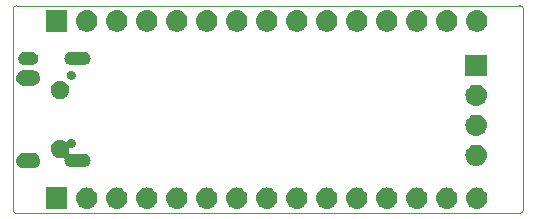
<source format=gbs>
G04 #@! TF.GenerationSoftware,KiCad,Pcbnew,5.1.0*
G04 #@! TF.CreationDate,2019-05-01T17:58:47+02:00*
G04 #@! TF.ProjectId,stm32f072PrototypingBoard,73746d33-3266-4303-9732-50726f746f74,rev?*
G04 #@! TF.SameCoordinates,Original*
G04 #@! TF.FileFunction,Soldermask,Bot*
G04 #@! TF.FilePolarity,Negative*
%FSLAX46Y46*%
G04 Gerber Fmt 4.6, Leading zero omitted, Abs format (unit mm)*
G04 Created by KiCad (PCBNEW 5.1.0) date 2019-05-01 17:58:47*
%MOMM*%
%LPD*%
G04 APERTURE LIST*
%ADD10C,0.050000*%
%ADD11C,0.100000*%
G04 APERTURE END LIST*
D10*
X63200000Y-37100000D02*
G75*
G02X62900000Y-37400000I-300000J0D01*
G01*
X62900000Y-19800000D02*
G75*
G02X63200000Y-20100000I0J-300000D01*
G01*
X20000000Y-20100000D02*
G75*
G02X20300000Y-19800000I300000J0D01*
G01*
X20300000Y-37400000D02*
G75*
G02X20000000Y-37100000I0J300000D01*
G01*
X20000000Y-37100000D02*
X20000000Y-20100000D01*
X62900000Y-37400000D02*
X20300000Y-37400000D01*
X63200000Y-20100000D02*
X63200000Y-37100000D01*
X20300000Y-19800000D02*
X62900000Y-19800000D01*
D11*
G36*
X49210443Y-35205519D02*
G01*
X49276627Y-35212037D01*
X49446466Y-35263557D01*
X49602991Y-35347222D01*
X49638729Y-35376552D01*
X49740186Y-35459814D01*
X49823448Y-35561271D01*
X49852778Y-35597009D01*
X49936443Y-35753534D01*
X49987963Y-35923373D01*
X50005359Y-36100000D01*
X49987963Y-36276627D01*
X49936443Y-36446466D01*
X49852778Y-36602991D01*
X49823448Y-36638729D01*
X49740186Y-36740186D01*
X49638729Y-36823448D01*
X49602991Y-36852778D01*
X49446466Y-36936443D01*
X49276627Y-36987963D01*
X49210443Y-36994481D01*
X49144260Y-37001000D01*
X49055740Y-37001000D01*
X48989557Y-36994481D01*
X48923373Y-36987963D01*
X48753534Y-36936443D01*
X48597009Y-36852778D01*
X48561271Y-36823448D01*
X48459814Y-36740186D01*
X48376552Y-36638729D01*
X48347222Y-36602991D01*
X48263557Y-36446466D01*
X48212037Y-36276627D01*
X48194641Y-36100000D01*
X48212037Y-35923373D01*
X48263557Y-35753534D01*
X48347222Y-35597009D01*
X48376552Y-35561271D01*
X48459814Y-35459814D01*
X48561271Y-35376552D01*
X48597009Y-35347222D01*
X48753534Y-35263557D01*
X48923373Y-35212037D01*
X48989557Y-35205519D01*
X49055740Y-35199000D01*
X49144260Y-35199000D01*
X49210443Y-35205519D01*
X49210443Y-35205519D01*
G37*
G36*
X41590443Y-35205519D02*
G01*
X41656627Y-35212037D01*
X41826466Y-35263557D01*
X41982991Y-35347222D01*
X42018729Y-35376552D01*
X42120186Y-35459814D01*
X42203448Y-35561271D01*
X42232778Y-35597009D01*
X42316443Y-35753534D01*
X42367963Y-35923373D01*
X42385359Y-36100000D01*
X42367963Y-36276627D01*
X42316443Y-36446466D01*
X42232778Y-36602991D01*
X42203448Y-36638729D01*
X42120186Y-36740186D01*
X42018729Y-36823448D01*
X41982991Y-36852778D01*
X41826466Y-36936443D01*
X41656627Y-36987963D01*
X41590443Y-36994481D01*
X41524260Y-37001000D01*
X41435740Y-37001000D01*
X41369557Y-36994481D01*
X41303373Y-36987963D01*
X41133534Y-36936443D01*
X40977009Y-36852778D01*
X40941271Y-36823448D01*
X40839814Y-36740186D01*
X40756552Y-36638729D01*
X40727222Y-36602991D01*
X40643557Y-36446466D01*
X40592037Y-36276627D01*
X40574641Y-36100000D01*
X40592037Y-35923373D01*
X40643557Y-35753534D01*
X40727222Y-35597009D01*
X40756552Y-35561271D01*
X40839814Y-35459814D01*
X40941271Y-35376552D01*
X40977009Y-35347222D01*
X41133534Y-35263557D01*
X41303373Y-35212037D01*
X41369557Y-35205519D01*
X41435740Y-35199000D01*
X41524260Y-35199000D01*
X41590443Y-35205519D01*
X41590443Y-35205519D01*
G37*
G36*
X54290443Y-35205519D02*
G01*
X54356627Y-35212037D01*
X54526466Y-35263557D01*
X54682991Y-35347222D01*
X54718729Y-35376552D01*
X54820186Y-35459814D01*
X54903448Y-35561271D01*
X54932778Y-35597009D01*
X55016443Y-35753534D01*
X55067963Y-35923373D01*
X55085359Y-36100000D01*
X55067963Y-36276627D01*
X55016443Y-36446466D01*
X54932778Y-36602991D01*
X54903448Y-36638729D01*
X54820186Y-36740186D01*
X54718729Y-36823448D01*
X54682991Y-36852778D01*
X54526466Y-36936443D01*
X54356627Y-36987963D01*
X54290443Y-36994481D01*
X54224260Y-37001000D01*
X54135740Y-37001000D01*
X54069557Y-36994481D01*
X54003373Y-36987963D01*
X53833534Y-36936443D01*
X53677009Y-36852778D01*
X53641271Y-36823448D01*
X53539814Y-36740186D01*
X53456552Y-36638729D01*
X53427222Y-36602991D01*
X53343557Y-36446466D01*
X53292037Y-36276627D01*
X53274641Y-36100000D01*
X53292037Y-35923373D01*
X53343557Y-35753534D01*
X53427222Y-35597009D01*
X53456552Y-35561271D01*
X53539814Y-35459814D01*
X53641271Y-35376552D01*
X53677009Y-35347222D01*
X53833534Y-35263557D01*
X54003373Y-35212037D01*
X54069557Y-35205519D01*
X54135740Y-35199000D01*
X54224260Y-35199000D01*
X54290443Y-35205519D01*
X54290443Y-35205519D01*
G37*
G36*
X51750443Y-35205519D02*
G01*
X51816627Y-35212037D01*
X51986466Y-35263557D01*
X52142991Y-35347222D01*
X52178729Y-35376552D01*
X52280186Y-35459814D01*
X52363448Y-35561271D01*
X52392778Y-35597009D01*
X52476443Y-35753534D01*
X52527963Y-35923373D01*
X52545359Y-36100000D01*
X52527963Y-36276627D01*
X52476443Y-36446466D01*
X52392778Y-36602991D01*
X52363448Y-36638729D01*
X52280186Y-36740186D01*
X52178729Y-36823448D01*
X52142991Y-36852778D01*
X51986466Y-36936443D01*
X51816627Y-36987963D01*
X51750443Y-36994481D01*
X51684260Y-37001000D01*
X51595740Y-37001000D01*
X51529557Y-36994481D01*
X51463373Y-36987963D01*
X51293534Y-36936443D01*
X51137009Y-36852778D01*
X51101271Y-36823448D01*
X50999814Y-36740186D01*
X50916552Y-36638729D01*
X50887222Y-36602991D01*
X50803557Y-36446466D01*
X50752037Y-36276627D01*
X50734641Y-36100000D01*
X50752037Y-35923373D01*
X50803557Y-35753534D01*
X50887222Y-35597009D01*
X50916552Y-35561271D01*
X50999814Y-35459814D01*
X51101271Y-35376552D01*
X51137009Y-35347222D01*
X51293534Y-35263557D01*
X51463373Y-35212037D01*
X51529557Y-35205519D01*
X51595740Y-35199000D01*
X51684260Y-35199000D01*
X51750443Y-35205519D01*
X51750443Y-35205519D01*
G37*
G36*
X46670443Y-35205519D02*
G01*
X46736627Y-35212037D01*
X46906466Y-35263557D01*
X47062991Y-35347222D01*
X47098729Y-35376552D01*
X47200186Y-35459814D01*
X47283448Y-35561271D01*
X47312778Y-35597009D01*
X47396443Y-35753534D01*
X47447963Y-35923373D01*
X47465359Y-36100000D01*
X47447963Y-36276627D01*
X47396443Y-36446466D01*
X47312778Y-36602991D01*
X47283448Y-36638729D01*
X47200186Y-36740186D01*
X47098729Y-36823448D01*
X47062991Y-36852778D01*
X46906466Y-36936443D01*
X46736627Y-36987963D01*
X46670443Y-36994481D01*
X46604260Y-37001000D01*
X46515740Y-37001000D01*
X46449557Y-36994481D01*
X46383373Y-36987963D01*
X46213534Y-36936443D01*
X46057009Y-36852778D01*
X46021271Y-36823448D01*
X45919814Y-36740186D01*
X45836552Y-36638729D01*
X45807222Y-36602991D01*
X45723557Y-36446466D01*
X45672037Y-36276627D01*
X45654641Y-36100000D01*
X45672037Y-35923373D01*
X45723557Y-35753534D01*
X45807222Y-35597009D01*
X45836552Y-35561271D01*
X45919814Y-35459814D01*
X46021271Y-35376552D01*
X46057009Y-35347222D01*
X46213534Y-35263557D01*
X46383373Y-35212037D01*
X46449557Y-35205519D01*
X46515740Y-35199000D01*
X46604260Y-35199000D01*
X46670443Y-35205519D01*
X46670443Y-35205519D01*
G37*
G36*
X44130443Y-35205519D02*
G01*
X44196627Y-35212037D01*
X44366466Y-35263557D01*
X44522991Y-35347222D01*
X44558729Y-35376552D01*
X44660186Y-35459814D01*
X44743448Y-35561271D01*
X44772778Y-35597009D01*
X44856443Y-35753534D01*
X44907963Y-35923373D01*
X44925359Y-36100000D01*
X44907963Y-36276627D01*
X44856443Y-36446466D01*
X44772778Y-36602991D01*
X44743448Y-36638729D01*
X44660186Y-36740186D01*
X44558729Y-36823448D01*
X44522991Y-36852778D01*
X44366466Y-36936443D01*
X44196627Y-36987963D01*
X44130443Y-36994481D01*
X44064260Y-37001000D01*
X43975740Y-37001000D01*
X43909557Y-36994481D01*
X43843373Y-36987963D01*
X43673534Y-36936443D01*
X43517009Y-36852778D01*
X43481271Y-36823448D01*
X43379814Y-36740186D01*
X43296552Y-36638729D01*
X43267222Y-36602991D01*
X43183557Y-36446466D01*
X43132037Y-36276627D01*
X43114641Y-36100000D01*
X43132037Y-35923373D01*
X43183557Y-35753534D01*
X43267222Y-35597009D01*
X43296552Y-35561271D01*
X43379814Y-35459814D01*
X43481271Y-35376552D01*
X43517009Y-35347222D01*
X43673534Y-35263557D01*
X43843373Y-35212037D01*
X43909557Y-35205519D01*
X43975740Y-35199000D01*
X44064260Y-35199000D01*
X44130443Y-35205519D01*
X44130443Y-35205519D01*
G37*
G36*
X56830443Y-35205519D02*
G01*
X56896627Y-35212037D01*
X57066466Y-35263557D01*
X57222991Y-35347222D01*
X57258729Y-35376552D01*
X57360186Y-35459814D01*
X57443448Y-35561271D01*
X57472778Y-35597009D01*
X57556443Y-35753534D01*
X57607963Y-35923373D01*
X57625359Y-36100000D01*
X57607963Y-36276627D01*
X57556443Y-36446466D01*
X57472778Y-36602991D01*
X57443448Y-36638729D01*
X57360186Y-36740186D01*
X57258729Y-36823448D01*
X57222991Y-36852778D01*
X57066466Y-36936443D01*
X56896627Y-36987963D01*
X56830443Y-36994481D01*
X56764260Y-37001000D01*
X56675740Y-37001000D01*
X56609557Y-36994481D01*
X56543373Y-36987963D01*
X56373534Y-36936443D01*
X56217009Y-36852778D01*
X56181271Y-36823448D01*
X56079814Y-36740186D01*
X55996552Y-36638729D01*
X55967222Y-36602991D01*
X55883557Y-36446466D01*
X55832037Y-36276627D01*
X55814641Y-36100000D01*
X55832037Y-35923373D01*
X55883557Y-35753534D01*
X55967222Y-35597009D01*
X55996552Y-35561271D01*
X56079814Y-35459814D01*
X56181271Y-35376552D01*
X56217009Y-35347222D01*
X56373534Y-35263557D01*
X56543373Y-35212037D01*
X56609557Y-35205519D01*
X56675740Y-35199000D01*
X56764260Y-35199000D01*
X56830443Y-35205519D01*
X56830443Y-35205519D01*
G37*
G36*
X39050443Y-35205519D02*
G01*
X39116627Y-35212037D01*
X39286466Y-35263557D01*
X39442991Y-35347222D01*
X39478729Y-35376552D01*
X39580186Y-35459814D01*
X39663448Y-35561271D01*
X39692778Y-35597009D01*
X39776443Y-35753534D01*
X39827963Y-35923373D01*
X39845359Y-36100000D01*
X39827963Y-36276627D01*
X39776443Y-36446466D01*
X39692778Y-36602991D01*
X39663448Y-36638729D01*
X39580186Y-36740186D01*
X39478729Y-36823448D01*
X39442991Y-36852778D01*
X39286466Y-36936443D01*
X39116627Y-36987963D01*
X39050443Y-36994481D01*
X38984260Y-37001000D01*
X38895740Y-37001000D01*
X38829557Y-36994481D01*
X38763373Y-36987963D01*
X38593534Y-36936443D01*
X38437009Y-36852778D01*
X38401271Y-36823448D01*
X38299814Y-36740186D01*
X38216552Y-36638729D01*
X38187222Y-36602991D01*
X38103557Y-36446466D01*
X38052037Y-36276627D01*
X38034641Y-36100000D01*
X38052037Y-35923373D01*
X38103557Y-35753534D01*
X38187222Y-35597009D01*
X38216552Y-35561271D01*
X38299814Y-35459814D01*
X38401271Y-35376552D01*
X38437009Y-35347222D01*
X38593534Y-35263557D01*
X38763373Y-35212037D01*
X38829557Y-35205519D01*
X38895740Y-35199000D01*
X38984260Y-35199000D01*
X39050443Y-35205519D01*
X39050443Y-35205519D01*
G37*
G36*
X36510443Y-35205519D02*
G01*
X36576627Y-35212037D01*
X36746466Y-35263557D01*
X36902991Y-35347222D01*
X36938729Y-35376552D01*
X37040186Y-35459814D01*
X37123448Y-35561271D01*
X37152778Y-35597009D01*
X37236443Y-35753534D01*
X37287963Y-35923373D01*
X37305359Y-36100000D01*
X37287963Y-36276627D01*
X37236443Y-36446466D01*
X37152778Y-36602991D01*
X37123448Y-36638729D01*
X37040186Y-36740186D01*
X36938729Y-36823448D01*
X36902991Y-36852778D01*
X36746466Y-36936443D01*
X36576627Y-36987963D01*
X36510443Y-36994481D01*
X36444260Y-37001000D01*
X36355740Y-37001000D01*
X36289557Y-36994481D01*
X36223373Y-36987963D01*
X36053534Y-36936443D01*
X35897009Y-36852778D01*
X35861271Y-36823448D01*
X35759814Y-36740186D01*
X35676552Y-36638729D01*
X35647222Y-36602991D01*
X35563557Y-36446466D01*
X35512037Y-36276627D01*
X35494641Y-36100000D01*
X35512037Y-35923373D01*
X35563557Y-35753534D01*
X35647222Y-35597009D01*
X35676552Y-35561271D01*
X35759814Y-35459814D01*
X35861271Y-35376552D01*
X35897009Y-35347222D01*
X36053534Y-35263557D01*
X36223373Y-35212037D01*
X36289557Y-35205519D01*
X36355740Y-35199000D01*
X36444260Y-35199000D01*
X36510443Y-35205519D01*
X36510443Y-35205519D01*
G37*
G36*
X33970443Y-35205519D02*
G01*
X34036627Y-35212037D01*
X34206466Y-35263557D01*
X34362991Y-35347222D01*
X34398729Y-35376552D01*
X34500186Y-35459814D01*
X34583448Y-35561271D01*
X34612778Y-35597009D01*
X34696443Y-35753534D01*
X34747963Y-35923373D01*
X34765359Y-36100000D01*
X34747963Y-36276627D01*
X34696443Y-36446466D01*
X34612778Y-36602991D01*
X34583448Y-36638729D01*
X34500186Y-36740186D01*
X34398729Y-36823448D01*
X34362991Y-36852778D01*
X34206466Y-36936443D01*
X34036627Y-36987963D01*
X33970443Y-36994481D01*
X33904260Y-37001000D01*
X33815740Y-37001000D01*
X33749557Y-36994481D01*
X33683373Y-36987963D01*
X33513534Y-36936443D01*
X33357009Y-36852778D01*
X33321271Y-36823448D01*
X33219814Y-36740186D01*
X33136552Y-36638729D01*
X33107222Y-36602991D01*
X33023557Y-36446466D01*
X32972037Y-36276627D01*
X32954641Y-36100000D01*
X32972037Y-35923373D01*
X33023557Y-35753534D01*
X33107222Y-35597009D01*
X33136552Y-35561271D01*
X33219814Y-35459814D01*
X33321271Y-35376552D01*
X33357009Y-35347222D01*
X33513534Y-35263557D01*
X33683373Y-35212037D01*
X33749557Y-35205519D01*
X33815740Y-35199000D01*
X33904260Y-35199000D01*
X33970443Y-35205519D01*
X33970443Y-35205519D01*
G37*
G36*
X31430443Y-35205519D02*
G01*
X31496627Y-35212037D01*
X31666466Y-35263557D01*
X31822991Y-35347222D01*
X31858729Y-35376552D01*
X31960186Y-35459814D01*
X32043448Y-35561271D01*
X32072778Y-35597009D01*
X32156443Y-35753534D01*
X32207963Y-35923373D01*
X32225359Y-36100000D01*
X32207963Y-36276627D01*
X32156443Y-36446466D01*
X32072778Y-36602991D01*
X32043448Y-36638729D01*
X31960186Y-36740186D01*
X31858729Y-36823448D01*
X31822991Y-36852778D01*
X31666466Y-36936443D01*
X31496627Y-36987963D01*
X31430443Y-36994481D01*
X31364260Y-37001000D01*
X31275740Y-37001000D01*
X31209557Y-36994481D01*
X31143373Y-36987963D01*
X30973534Y-36936443D01*
X30817009Y-36852778D01*
X30781271Y-36823448D01*
X30679814Y-36740186D01*
X30596552Y-36638729D01*
X30567222Y-36602991D01*
X30483557Y-36446466D01*
X30432037Y-36276627D01*
X30414641Y-36100000D01*
X30432037Y-35923373D01*
X30483557Y-35753534D01*
X30567222Y-35597009D01*
X30596552Y-35561271D01*
X30679814Y-35459814D01*
X30781271Y-35376552D01*
X30817009Y-35347222D01*
X30973534Y-35263557D01*
X31143373Y-35212037D01*
X31209557Y-35205519D01*
X31275740Y-35199000D01*
X31364260Y-35199000D01*
X31430443Y-35205519D01*
X31430443Y-35205519D01*
G37*
G36*
X28890443Y-35205519D02*
G01*
X28956627Y-35212037D01*
X29126466Y-35263557D01*
X29282991Y-35347222D01*
X29318729Y-35376552D01*
X29420186Y-35459814D01*
X29503448Y-35561271D01*
X29532778Y-35597009D01*
X29616443Y-35753534D01*
X29667963Y-35923373D01*
X29685359Y-36100000D01*
X29667963Y-36276627D01*
X29616443Y-36446466D01*
X29532778Y-36602991D01*
X29503448Y-36638729D01*
X29420186Y-36740186D01*
X29318729Y-36823448D01*
X29282991Y-36852778D01*
X29126466Y-36936443D01*
X28956627Y-36987963D01*
X28890443Y-36994481D01*
X28824260Y-37001000D01*
X28735740Y-37001000D01*
X28669557Y-36994481D01*
X28603373Y-36987963D01*
X28433534Y-36936443D01*
X28277009Y-36852778D01*
X28241271Y-36823448D01*
X28139814Y-36740186D01*
X28056552Y-36638729D01*
X28027222Y-36602991D01*
X27943557Y-36446466D01*
X27892037Y-36276627D01*
X27874641Y-36100000D01*
X27892037Y-35923373D01*
X27943557Y-35753534D01*
X28027222Y-35597009D01*
X28056552Y-35561271D01*
X28139814Y-35459814D01*
X28241271Y-35376552D01*
X28277009Y-35347222D01*
X28433534Y-35263557D01*
X28603373Y-35212037D01*
X28669557Y-35205519D01*
X28735740Y-35199000D01*
X28824260Y-35199000D01*
X28890443Y-35205519D01*
X28890443Y-35205519D01*
G37*
G36*
X26350443Y-35205519D02*
G01*
X26416627Y-35212037D01*
X26586466Y-35263557D01*
X26742991Y-35347222D01*
X26778729Y-35376552D01*
X26880186Y-35459814D01*
X26963448Y-35561271D01*
X26992778Y-35597009D01*
X27076443Y-35753534D01*
X27127963Y-35923373D01*
X27145359Y-36100000D01*
X27127963Y-36276627D01*
X27076443Y-36446466D01*
X26992778Y-36602991D01*
X26963448Y-36638729D01*
X26880186Y-36740186D01*
X26778729Y-36823448D01*
X26742991Y-36852778D01*
X26586466Y-36936443D01*
X26416627Y-36987963D01*
X26350443Y-36994481D01*
X26284260Y-37001000D01*
X26195740Y-37001000D01*
X26129557Y-36994481D01*
X26063373Y-36987963D01*
X25893534Y-36936443D01*
X25737009Y-36852778D01*
X25701271Y-36823448D01*
X25599814Y-36740186D01*
X25516552Y-36638729D01*
X25487222Y-36602991D01*
X25403557Y-36446466D01*
X25352037Y-36276627D01*
X25334641Y-36100000D01*
X25352037Y-35923373D01*
X25403557Y-35753534D01*
X25487222Y-35597009D01*
X25516552Y-35561271D01*
X25599814Y-35459814D01*
X25701271Y-35376552D01*
X25737009Y-35347222D01*
X25893534Y-35263557D01*
X26063373Y-35212037D01*
X26129557Y-35205519D01*
X26195740Y-35199000D01*
X26284260Y-35199000D01*
X26350443Y-35205519D01*
X26350443Y-35205519D01*
G37*
G36*
X24601000Y-37001000D02*
G01*
X22799000Y-37001000D01*
X22799000Y-35199000D01*
X24601000Y-35199000D01*
X24601000Y-37001000D01*
X24601000Y-37001000D01*
G37*
G36*
X59370443Y-35205519D02*
G01*
X59436627Y-35212037D01*
X59606466Y-35263557D01*
X59762991Y-35347222D01*
X59798729Y-35376552D01*
X59900186Y-35459814D01*
X59983448Y-35561271D01*
X60012778Y-35597009D01*
X60096443Y-35753534D01*
X60147963Y-35923373D01*
X60165359Y-36100000D01*
X60147963Y-36276627D01*
X60096443Y-36446466D01*
X60012778Y-36602991D01*
X59983448Y-36638729D01*
X59900186Y-36740186D01*
X59798729Y-36823448D01*
X59762991Y-36852778D01*
X59606466Y-36936443D01*
X59436627Y-36987963D01*
X59370443Y-36994481D01*
X59304260Y-37001000D01*
X59215740Y-37001000D01*
X59149557Y-36994481D01*
X59083373Y-36987963D01*
X58913534Y-36936443D01*
X58757009Y-36852778D01*
X58721271Y-36823448D01*
X58619814Y-36740186D01*
X58536552Y-36638729D01*
X58507222Y-36602991D01*
X58423557Y-36446466D01*
X58372037Y-36276627D01*
X58354641Y-36100000D01*
X58372037Y-35923373D01*
X58423557Y-35753534D01*
X58507222Y-35597009D01*
X58536552Y-35561271D01*
X58619814Y-35459814D01*
X58721271Y-35376552D01*
X58757009Y-35347222D01*
X58913534Y-35263557D01*
X59083373Y-35212037D01*
X59149557Y-35205519D01*
X59215740Y-35199000D01*
X59304260Y-35199000D01*
X59370443Y-35205519D01*
X59370443Y-35205519D01*
G37*
G36*
X21686355Y-32272140D02*
G01*
X21750118Y-32278420D01*
X21840904Y-32305960D01*
X21872836Y-32315646D01*
X21985925Y-32376094D01*
X22085054Y-32457446D01*
X22166406Y-32556575D01*
X22226854Y-32669664D01*
X22226855Y-32669668D01*
X22264080Y-32792382D01*
X22276649Y-32920000D01*
X22264080Y-33047618D01*
X22247620Y-33101879D01*
X22226854Y-33170336D01*
X22166406Y-33283425D01*
X22085054Y-33382554D01*
X21985925Y-33463906D01*
X21872836Y-33524354D01*
X21840904Y-33534040D01*
X21750118Y-33561580D01*
X21686355Y-33567860D01*
X21654474Y-33571000D01*
X20890526Y-33571000D01*
X20858645Y-33567860D01*
X20794882Y-33561580D01*
X20704096Y-33534040D01*
X20672164Y-33524354D01*
X20559075Y-33463906D01*
X20459946Y-33382554D01*
X20378594Y-33283425D01*
X20318146Y-33170336D01*
X20297380Y-33101879D01*
X20280920Y-33047618D01*
X20268351Y-32920000D01*
X20280920Y-32792382D01*
X20318145Y-32669668D01*
X20318146Y-32669664D01*
X20378594Y-32556575D01*
X20459946Y-32457446D01*
X20559075Y-32376094D01*
X20672164Y-32315646D01*
X20704096Y-32305960D01*
X20794882Y-32278420D01*
X20858645Y-32272140D01*
X20890526Y-32269000D01*
X21654474Y-32269000D01*
X21686355Y-32272140D01*
X21686355Y-32272140D01*
G37*
G36*
X25034671Y-31098449D02*
G01*
X25034673Y-31098450D01*
X25034674Y-31098450D01*
X25103102Y-31126793D01*
X25164685Y-31167942D01*
X25217057Y-31220314D01*
X25258206Y-31281897D01*
X25286549Y-31350325D01*
X25286550Y-31350328D01*
X25300999Y-31422966D01*
X25300999Y-31497034D01*
X25286684Y-31569000D01*
X25286549Y-31569675D01*
X25258206Y-31638103D01*
X25217057Y-31699686D01*
X25164685Y-31752058D01*
X25103102Y-31793207D01*
X25034674Y-31821550D01*
X25034673Y-31821550D01*
X25034671Y-31821551D01*
X24962033Y-31836000D01*
X24877861Y-31836000D01*
X24873507Y-31835571D01*
X24849121Y-31837971D01*
X24825671Y-31845083D01*
X24804060Y-31856633D01*
X24785117Y-31872177D01*
X24769571Y-31891118D01*
X24758018Y-31912727D01*
X24750903Y-31936176D01*
X24748500Y-31960570D01*
X24748500Y-31996431D01*
X24718680Y-32146348D01*
X24708522Y-32170872D01*
X24701409Y-32194321D01*
X24699007Y-32218707D01*
X24701409Y-32243093D01*
X24708522Y-32266542D01*
X24720072Y-32288153D01*
X24735618Y-32307095D01*
X24754559Y-32322640D01*
X24776170Y-32334192D01*
X24799619Y-32341305D01*
X24824005Y-32343707D01*
X24836252Y-32343105D01*
X24877932Y-32339000D01*
X26032066Y-32339000D01*
X26113014Y-32346973D01*
X26216878Y-32378479D01*
X26244054Y-32393005D01*
X26312599Y-32429643D01*
X26396500Y-32498499D01*
X26465356Y-32582400D01*
X26499685Y-32646625D01*
X26516520Y-32678121D01*
X26548026Y-32781985D01*
X26558665Y-32890000D01*
X26548026Y-32998015D01*
X26516520Y-33101879D01*
X26501994Y-33129055D01*
X26465356Y-33197600D01*
X26396500Y-33281501D01*
X26312599Y-33350357D01*
X26273978Y-33371000D01*
X26216878Y-33401521D01*
X26113014Y-33433027D01*
X26032066Y-33441000D01*
X24877932Y-33441000D01*
X24796984Y-33433027D01*
X24693120Y-33401521D01*
X24636020Y-33371000D01*
X24597399Y-33350357D01*
X24513498Y-33281501D01*
X24444642Y-33197600D01*
X24408004Y-33129055D01*
X24393478Y-33101879D01*
X24361972Y-32998015D01*
X24351333Y-32890000D01*
X24360360Y-32798351D01*
X24360360Y-32773853D01*
X24355580Y-32749820D01*
X24346202Y-32727181D01*
X24332589Y-32706807D01*
X24315262Y-32689480D01*
X24294887Y-32675866D01*
X24272249Y-32666488D01*
X24248215Y-32661708D01*
X24223711Y-32661708D01*
X24211016Y-32664233D01*
X24210926Y-32663778D01*
X24048931Y-32696000D01*
X23896069Y-32696000D01*
X23746152Y-32666180D01*
X23746150Y-32666179D01*
X23746149Y-32666179D01*
X23604926Y-32607683D01*
X23604923Y-32607681D01*
X23477831Y-32522761D01*
X23369739Y-32414669D01*
X23284819Y-32287577D01*
X23284817Y-32287574D01*
X23226321Y-32146351D01*
X23196500Y-31996429D01*
X23196500Y-31843569D01*
X23226320Y-31693652D01*
X23249329Y-31638103D01*
X23284817Y-31552426D01*
X23321829Y-31497034D01*
X23369739Y-31425331D01*
X23477831Y-31317239D01*
X23604923Y-31232319D01*
X23604925Y-31232318D01*
X23604926Y-31232317D01*
X23746149Y-31173821D01*
X23746150Y-31173821D01*
X23746152Y-31173820D01*
X23896069Y-31144000D01*
X24048931Y-31144000D01*
X24198848Y-31173820D01*
X24198850Y-31173821D01*
X24198851Y-31173821D01*
X24340074Y-31232317D01*
X24433072Y-31294457D01*
X24454678Y-31306005D01*
X24478127Y-31313118D01*
X24502513Y-31315520D01*
X24526899Y-31313118D01*
X24550348Y-31306005D01*
X24571959Y-31294454D01*
X24590901Y-31278909D01*
X24606443Y-31259971D01*
X24632941Y-31220314D01*
X24685313Y-31167942D01*
X24746896Y-31126793D01*
X24815324Y-31098450D01*
X24815325Y-31098450D01*
X24815327Y-31098449D01*
X24887965Y-31084000D01*
X24962033Y-31084000D01*
X25034671Y-31098449D01*
X25034671Y-31098449D01*
G37*
G36*
X59310443Y-31575519D02*
G01*
X59376627Y-31582037D01*
X59546466Y-31633557D01*
X59702991Y-31717222D01*
X59738729Y-31746552D01*
X59840186Y-31829814D01*
X59908230Y-31912727D01*
X59952778Y-31967009D01*
X60036443Y-32123534D01*
X60087963Y-32293373D01*
X60105359Y-32470000D01*
X60087963Y-32646627D01*
X60036443Y-32816466D01*
X59952778Y-32972991D01*
X59932243Y-32998013D01*
X59840186Y-33110186D01*
X59738729Y-33193448D01*
X59702991Y-33222778D01*
X59702989Y-33222779D01*
X59589528Y-33283426D01*
X59546466Y-33306443D01*
X59376627Y-33357963D01*
X59310443Y-33364481D01*
X59244260Y-33371000D01*
X59155740Y-33371000D01*
X59089557Y-33364481D01*
X59023373Y-33357963D01*
X58853534Y-33306443D01*
X58810473Y-33283426D01*
X58697011Y-33222779D01*
X58697009Y-33222778D01*
X58661271Y-33193448D01*
X58559814Y-33110186D01*
X58467757Y-32998013D01*
X58447222Y-32972991D01*
X58363557Y-32816466D01*
X58312037Y-32646627D01*
X58294641Y-32470000D01*
X58312037Y-32293373D01*
X58363557Y-32123534D01*
X58447222Y-31967009D01*
X58491770Y-31912727D01*
X58559814Y-31829814D01*
X58661271Y-31746552D01*
X58697009Y-31717222D01*
X58853534Y-31633557D01*
X59023373Y-31582037D01*
X59089557Y-31575519D01*
X59155740Y-31569000D01*
X59244260Y-31569000D01*
X59310443Y-31575519D01*
X59310443Y-31575519D01*
G37*
G36*
X59310443Y-29035519D02*
G01*
X59376627Y-29042037D01*
X59546466Y-29093557D01*
X59702991Y-29177222D01*
X59738729Y-29206552D01*
X59840186Y-29289814D01*
X59923448Y-29391271D01*
X59952778Y-29427009D01*
X60036443Y-29583534D01*
X60087963Y-29753373D01*
X60105359Y-29930000D01*
X60087963Y-30106627D01*
X60036443Y-30276466D01*
X59952778Y-30432991D01*
X59923448Y-30468729D01*
X59840186Y-30570186D01*
X59738729Y-30653448D01*
X59702991Y-30682778D01*
X59546466Y-30766443D01*
X59376627Y-30817963D01*
X59310443Y-30824481D01*
X59244260Y-30831000D01*
X59155740Y-30831000D01*
X59089557Y-30824481D01*
X59023373Y-30817963D01*
X58853534Y-30766443D01*
X58697009Y-30682778D01*
X58661271Y-30653448D01*
X58559814Y-30570186D01*
X58476552Y-30468729D01*
X58447222Y-30432991D01*
X58363557Y-30276466D01*
X58312037Y-30106627D01*
X58294641Y-29930000D01*
X58312037Y-29753373D01*
X58363557Y-29583534D01*
X58447222Y-29427009D01*
X58476552Y-29391271D01*
X58559814Y-29289814D01*
X58661271Y-29206552D01*
X58697009Y-29177222D01*
X58853534Y-29093557D01*
X59023373Y-29042037D01*
X59089557Y-29035519D01*
X59155740Y-29029000D01*
X59244260Y-29029000D01*
X59310443Y-29035519D01*
X59310443Y-29035519D01*
G37*
G36*
X59310443Y-26495519D02*
G01*
X59376627Y-26502037D01*
X59546466Y-26553557D01*
X59702991Y-26637222D01*
X59738729Y-26666552D01*
X59840186Y-26749814D01*
X59917129Y-26843571D01*
X59952778Y-26887009D01*
X60036443Y-27043534D01*
X60087963Y-27213373D01*
X60105359Y-27390000D01*
X60087963Y-27566627D01*
X60036443Y-27736466D01*
X59952778Y-27892991D01*
X59923448Y-27928729D01*
X59840186Y-28030186D01*
X59738729Y-28113448D01*
X59702991Y-28142778D01*
X59546466Y-28226443D01*
X59376627Y-28277963D01*
X59310443Y-28284481D01*
X59244260Y-28291000D01*
X59155740Y-28291000D01*
X59089557Y-28284481D01*
X59023373Y-28277963D01*
X58853534Y-28226443D01*
X58697009Y-28142778D01*
X58661271Y-28113448D01*
X58559814Y-28030186D01*
X58476552Y-27928729D01*
X58447222Y-27892991D01*
X58363557Y-27736466D01*
X58312037Y-27566627D01*
X58294641Y-27390000D01*
X58312037Y-27213373D01*
X58363557Y-27043534D01*
X58447222Y-26887009D01*
X58482871Y-26843571D01*
X58559814Y-26749814D01*
X58661271Y-26666552D01*
X58697009Y-26637222D01*
X58853534Y-26553557D01*
X59023373Y-26502037D01*
X59089557Y-26495519D01*
X59155740Y-26489000D01*
X59244260Y-26489000D01*
X59310443Y-26495519D01*
X59310443Y-26495519D01*
G37*
G36*
X24198848Y-26173820D02*
G01*
X24198850Y-26173821D01*
X24198851Y-26173821D01*
X24340074Y-26232317D01*
X24340077Y-26232319D01*
X24467169Y-26317239D01*
X24575261Y-26425331D01*
X24660181Y-26552423D01*
X24660183Y-26552426D01*
X24695306Y-26637221D01*
X24718680Y-26693652D01*
X24748500Y-26843569D01*
X24748500Y-26996431D01*
X24739131Y-27043534D01*
X24718679Y-27146351D01*
X24660183Y-27287574D01*
X24660181Y-27287577D01*
X24575261Y-27414669D01*
X24467169Y-27522761D01*
X24340077Y-27607681D01*
X24340074Y-27607683D01*
X24198851Y-27666179D01*
X24198850Y-27666179D01*
X24198848Y-27666180D01*
X24048931Y-27696000D01*
X23896069Y-27696000D01*
X23746152Y-27666180D01*
X23746150Y-27666179D01*
X23746149Y-27666179D01*
X23604926Y-27607683D01*
X23604923Y-27607681D01*
X23477831Y-27522761D01*
X23369739Y-27414669D01*
X23284819Y-27287577D01*
X23284817Y-27287574D01*
X23226321Y-27146351D01*
X23205870Y-27043534D01*
X23196500Y-26996431D01*
X23196500Y-26843569D01*
X23226320Y-26693652D01*
X23249694Y-26637221D01*
X23284817Y-26552426D01*
X23284819Y-26552423D01*
X23369739Y-26425331D01*
X23477831Y-26317239D01*
X23604923Y-26232319D01*
X23604926Y-26232317D01*
X23746149Y-26173821D01*
X23746150Y-26173821D01*
X23746152Y-26173820D01*
X23896069Y-26144000D01*
X24048931Y-26144000D01*
X24198848Y-26173820D01*
X24198848Y-26173820D01*
G37*
G36*
X21686355Y-25272140D02*
G01*
X21750118Y-25278420D01*
X21834444Y-25304000D01*
X21872836Y-25315646D01*
X21985925Y-25376094D01*
X22085054Y-25457446D01*
X22166406Y-25556575D01*
X22226854Y-25669664D01*
X22226855Y-25669668D01*
X22264080Y-25792382D01*
X22276649Y-25920000D01*
X22264080Y-26047618D01*
X22261537Y-26056000D01*
X22226854Y-26170336D01*
X22166406Y-26283425D01*
X22085054Y-26382554D01*
X21985925Y-26463906D01*
X21872836Y-26524354D01*
X21840904Y-26534040D01*
X21750118Y-26561580D01*
X21686355Y-26567860D01*
X21654474Y-26571000D01*
X20890526Y-26571000D01*
X20858645Y-26567860D01*
X20794882Y-26561580D01*
X20704096Y-26534040D01*
X20672164Y-26524354D01*
X20559075Y-26463906D01*
X20459946Y-26382554D01*
X20378594Y-26283425D01*
X20318146Y-26170336D01*
X20283463Y-26056000D01*
X20280920Y-26047618D01*
X20268351Y-25920000D01*
X20280920Y-25792382D01*
X20318145Y-25669668D01*
X20318146Y-25669664D01*
X20378594Y-25556575D01*
X20459946Y-25457446D01*
X20559075Y-25376094D01*
X20672164Y-25315646D01*
X20710556Y-25304000D01*
X20794882Y-25278420D01*
X20858645Y-25272140D01*
X20890526Y-25269000D01*
X21654474Y-25269000D01*
X21686355Y-25272140D01*
X21686355Y-25272140D01*
G37*
G36*
X25034671Y-25318449D02*
G01*
X25034673Y-25318450D01*
X25034674Y-25318450D01*
X25103102Y-25346793D01*
X25164685Y-25387942D01*
X25217057Y-25440314D01*
X25258206Y-25501897D01*
X25286549Y-25570325D01*
X25286550Y-25570328D01*
X25300999Y-25642966D01*
X25300999Y-25717034D01*
X25294243Y-25751000D01*
X25286549Y-25789675D01*
X25258206Y-25858103D01*
X25217057Y-25919686D01*
X25164685Y-25972058D01*
X25103102Y-26013207D01*
X25034674Y-26041550D01*
X25034673Y-26041550D01*
X25034671Y-26041551D01*
X24962033Y-26056000D01*
X24887965Y-26056000D01*
X24815327Y-26041551D01*
X24815325Y-26041550D01*
X24815324Y-26041550D01*
X24746896Y-26013207D01*
X24685313Y-25972058D01*
X24632941Y-25919686D01*
X24591792Y-25858103D01*
X24563449Y-25789675D01*
X24555756Y-25751000D01*
X24548999Y-25717034D01*
X24548999Y-25642966D01*
X24563448Y-25570328D01*
X24563449Y-25570325D01*
X24591792Y-25501897D01*
X24632941Y-25440314D01*
X24685313Y-25387942D01*
X24746896Y-25346793D01*
X24815324Y-25318450D01*
X24815325Y-25318450D01*
X24815327Y-25318449D01*
X24887965Y-25304000D01*
X24962033Y-25304000D01*
X25034671Y-25318449D01*
X25034671Y-25318449D01*
G37*
G36*
X60101000Y-25751000D02*
G01*
X58299000Y-25751000D01*
X58299000Y-23949000D01*
X60101000Y-23949000D01*
X60101000Y-25751000D01*
X60101000Y-25751000D01*
G37*
G36*
X26113014Y-23706973D02*
G01*
X26216878Y-23738479D01*
X26244054Y-23753005D01*
X26312599Y-23789643D01*
X26396500Y-23858499D01*
X26465356Y-23942400D01*
X26501994Y-24010945D01*
X26516520Y-24038121D01*
X26548026Y-24141985D01*
X26558665Y-24250000D01*
X26548026Y-24358015D01*
X26516520Y-24461879D01*
X26516518Y-24461882D01*
X26465356Y-24557600D01*
X26396500Y-24641501D01*
X26312599Y-24710357D01*
X26244054Y-24746995D01*
X26216878Y-24761521D01*
X26113014Y-24793027D01*
X26032066Y-24801000D01*
X24877932Y-24801000D01*
X24796984Y-24793027D01*
X24693120Y-24761521D01*
X24665944Y-24746995D01*
X24597399Y-24710357D01*
X24513498Y-24641501D01*
X24444642Y-24557600D01*
X24393480Y-24461882D01*
X24393478Y-24461879D01*
X24361972Y-24358015D01*
X24351333Y-24250000D01*
X24361972Y-24141985D01*
X24393478Y-24038121D01*
X24408004Y-24010945D01*
X24444642Y-23942400D01*
X24513498Y-23858499D01*
X24597399Y-23789643D01*
X24665944Y-23753005D01*
X24693120Y-23738479D01*
X24796984Y-23706973D01*
X24877932Y-23699000D01*
X26032066Y-23699000D01*
X26113014Y-23706973D01*
X26113014Y-23706973D01*
G37*
G36*
X21683014Y-23706973D02*
G01*
X21786878Y-23738479D01*
X21814054Y-23753005D01*
X21882599Y-23789643D01*
X21966500Y-23858499D01*
X22035356Y-23942400D01*
X22071994Y-24010945D01*
X22086520Y-24038121D01*
X22118026Y-24141985D01*
X22128665Y-24250000D01*
X22118026Y-24358015D01*
X22086520Y-24461879D01*
X22086518Y-24461882D01*
X22035356Y-24557600D01*
X21966500Y-24641501D01*
X21882599Y-24710357D01*
X21814054Y-24746995D01*
X21786878Y-24761521D01*
X21683014Y-24793027D01*
X21602066Y-24801000D01*
X20947932Y-24801000D01*
X20866984Y-24793027D01*
X20763120Y-24761521D01*
X20735944Y-24746995D01*
X20667399Y-24710357D01*
X20583498Y-24641501D01*
X20514642Y-24557600D01*
X20463480Y-24461882D01*
X20463478Y-24461879D01*
X20431972Y-24358015D01*
X20421333Y-24250000D01*
X20431972Y-24141985D01*
X20463478Y-24038121D01*
X20478004Y-24010945D01*
X20514642Y-23942400D01*
X20583498Y-23858499D01*
X20667399Y-23789643D01*
X20735944Y-23753005D01*
X20763120Y-23738479D01*
X20866984Y-23706973D01*
X20947932Y-23699000D01*
X21602066Y-23699000D01*
X21683014Y-23706973D01*
X21683014Y-23706973D01*
G37*
G36*
X24601000Y-22001000D02*
G01*
X22799000Y-22001000D01*
X22799000Y-20199000D01*
X24601000Y-20199000D01*
X24601000Y-22001000D01*
X24601000Y-22001000D01*
G37*
G36*
X26350443Y-20205519D02*
G01*
X26416627Y-20212037D01*
X26586466Y-20263557D01*
X26742991Y-20347222D01*
X26778729Y-20376552D01*
X26880186Y-20459814D01*
X26963448Y-20561271D01*
X26992778Y-20597009D01*
X27076443Y-20753534D01*
X27127963Y-20923373D01*
X27145359Y-21100000D01*
X27127963Y-21276627D01*
X27076443Y-21446466D01*
X26992778Y-21602991D01*
X26963448Y-21638729D01*
X26880186Y-21740186D01*
X26778729Y-21823448D01*
X26742991Y-21852778D01*
X26586466Y-21936443D01*
X26416627Y-21987963D01*
X26350443Y-21994481D01*
X26284260Y-22001000D01*
X26195740Y-22001000D01*
X26129557Y-21994481D01*
X26063373Y-21987963D01*
X25893534Y-21936443D01*
X25737009Y-21852778D01*
X25701271Y-21823448D01*
X25599814Y-21740186D01*
X25516552Y-21638729D01*
X25487222Y-21602991D01*
X25403557Y-21446466D01*
X25352037Y-21276627D01*
X25334641Y-21100000D01*
X25352037Y-20923373D01*
X25403557Y-20753534D01*
X25487222Y-20597009D01*
X25516552Y-20561271D01*
X25599814Y-20459814D01*
X25701271Y-20376552D01*
X25737009Y-20347222D01*
X25893534Y-20263557D01*
X26063373Y-20212037D01*
X26129557Y-20205519D01*
X26195740Y-20199000D01*
X26284260Y-20199000D01*
X26350443Y-20205519D01*
X26350443Y-20205519D01*
G37*
G36*
X28890443Y-20205519D02*
G01*
X28956627Y-20212037D01*
X29126466Y-20263557D01*
X29282991Y-20347222D01*
X29318729Y-20376552D01*
X29420186Y-20459814D01*
X29503448Y-20561271D01*
X29532778Y-20597009D01*
X29616443Y-20753534D01*
X29667963Y-20923373D01*
X29685359Y-21100000D01*
X29667963Y-21276627D01*
X29616443Y-21446466D01*
X29532778Y-21602991D01*
X29503448Y-21638729D01*
X29420186Y-21740186D01*
X29318729Y-21823448D01*
X29282991Y-21852778D01*
X29126466Y-21936443D01*
X28956627Y-21987963D01*
X28890443Y-21994481D01*
X28824260Y-22001000D01*
X28735740Y-22001000D01*
X28669557Y-21994481D01*
X28603373Y-21987963D01*
X28433534Y-21936443D01*
X28277009Y-21852778D01*
X28241271Y-21823448D01*
X28139814Y-21740186D01*
X28056552Y-21638729D01*
X28027222Y-21602991D01*
X27943557Y-21446466D01*
X27892037Y-21276627D01*
X27874641Y-21100000D01*
X27892037Y-20923373D01*
X27943557Y-20753534D01*
X28027222Y-20597009D01*
X28056552Y-20561271D01*
X28139814Y-20459814D01*
X28241271Y-20376552D01*
X28277009Y-20347222D01*
X28433534Y-20263557D01*
X28603373Y-20212037D01*
X28669557Y-20205519D01*
X28735740Y-20199000D01*
X28824260Y-20199000D01*
X28890443Y-20205519D01*
X28890443Y-20205519D01*
G37*
G36*
X59370443Y-20205519D02*
G01*
X59436627Y-20212037D01*
X59606466Y-20263557D01*
X59762991Y-20347222D01*
X59798729Y-20376552D01*
X59900186Y-20459814D01*
X59983448Y-20561271D01*
X60012778Y-20597009D01*
X60096443Y-20753534D01*
X60147963Y-20923373D01*
X60165359Y-21100000D01*
X60147963Y-21276627D01*
X60096443Y-21446466D01*
X60012778Y-21602991D01*
X59983448Y-21638729D01*
X59900186Y-21740186D01*
X59798729Y-21823448D01*
X59762991Y-21852778D01*
X59606466Y-21936443D01*
X59436627Y-21987963D01*
X59370443Y-21994481D01*
X59304260Y-22001000D01*
X59215740Y-22001000D01*
X59149557Y-21994481D01*
X59083373Y-21987963D01*
X58913534Y-21936443D01*
X58757009Y-21852778D01*
X58721271Y-21823448D01*
X58619814Y-21740186D01*
X58536552Y-21638729D01*
X58507222Y-21602991D01*
X58423557Y-21446466D01*
X58372037Y-21276627D01*
X58354641Y-21100000D01*
X58372037Y-20923373D01*
X58423557Y-20753534D01*
X58507222Y-20597009D01*
X58536552Y-20561271D01*
X58619814Y-20459814D01*
X58721271Y-20376552D01*
X58757009Y-20347222D01*
X58913534Y-20263557D01*
X59083373Y-20212037D01*
X59149557Y-20205519D01*
X59215740Y-20199000D01*
X59304260Y-20199000D01*
X59370443Y-20205519D01*
X59370443Y-20205519D01*
G37*
G36*
X56830443Y-20205519D02*
G01*
X56896627Y-20212037D01*
X57066466Y-20263557D01*
X57222991Y-20347222D01*
X57258729Y-20376552D01*
X57360186Y-20459814D01*
X57443448Y-20561271D01*
X57472778Y-20597009D01*
X57556443Y-20753534D01*
X57607963Y-20923373D01*
X57625359Y-21100000D01*
X57607963Y-21276627D01*
X57556443Y-21446466D01*
X57472778Y-21602991D01*
X57443448Y-21638729D01*
X57360186Y-21740186D01*
X57258729Y-21823448D01*
X57222991Y-21852778D01*
X57066466Y-21936443D01*
X56896627Y-21987963D01*
X56830443Y-21994481D01*
X56764260Y-22001000D01*
X56675740Y-22001000D01*
X56609557Y-21994481D01*
X56543373Y-21987963D01*
X56373534Y-21936443D01*
X56217009Y-21852778D01*
X56181271Y-21823448D01*
X56079814Y-21740186D01*
X55996552Y-21638729D01*
X55967222Y-21602991D01*
X55883557Y-21446466D01*
X55832037Y-21276627D01*
X55814641Y-21100000D01*
X55832037Y-20923373D01*
X55883557Y-20753534D01*
X55967222Y-20597009D01*
X55996552Y-20561271D01*
X56079814Y-20459814D01*
X56181271Y-20376552D01*
X56217009Y-20347222D01*
X56373534Y-20263557D01*
X56543373Y-20212037D01*
X56609557Y-20205519D01*
X56675740Y-20199000D01*
X56764260Y-20199000D01*
X56830443Y-20205519D01*
X56830443Y-20205519D01*
G37*
G36*
X54290443Y-20205519D02*
G01*
X54356627Y-20212037D01*
X54526466Y-20263557D01*
X54682991Y-20347222D01*
X54718729Y-20376552D01*
X54820186Y-20459814D01*
X54903448Y-20561271D01*
X54932778Y-20597009D01*
X55016443Y-20753534D01*
X55067963Y-20923373D01*
X55085359Y-21100000D01*
X55067963Y-21276627D01*
X55016443Y-21446466D01*
X54932778Y-21602991D01*
X54903448Y-21638729D01*
X54820186Y-21740186D01*
X54718729Y-21823448D01*
X54682991Y-21852778D01*
X54526466Y-21936443D01*
X54356627Y-21987963D01*
X54290443Y-21994481D01*
X54224260Y-22001000D01*
X54135740Y-22001000D01*
X54069557Y-21994481D01*
X54003373Y-21987963D01*
X53833534Y-21936443D01*
X53677009Y-21852778D01*
X53641271Y-21823448D01*
X53539814Y-21740186D01*
X53456552Y-21638729D01*
X53427222Y-21602991D01*
X53343557Y-21446466D01*
X53292037Y-21276627D01*
X53274641Y-21100000D01*
X53292037Y-20923373D01*
X53343557Y-20753534D01*
X53427222Y-20597009D01*
X53456552Y-20561271D01*
X53539814Y-20459814D01*
X53641271Y-20376552D01*
X53677009Y-20347222D01*
X53833534Y-20263557D01*
X54003373Y-20212037D01*
X54069557Y-20205519D01*
X54135740Y-20199000D01*
X54224260Y-20199000D01*
X54290443Y-20205519D01*
X54290443Y-20205519D01*
G37*
G36*
X51750443Y-20205519D02*
G01*
X51816627Y-20212037D01*
X51986466Y-20263557D01*
X52142991Y-20347222D01*
X52178729Y-20376552D01*
X52280186Y-20459814D01*
X52363448Y-20561271D01*
X52392778Y-20597009D01*
X52476443Y-20753534D01*
X52527963Y-20923373D01*
X52545359Y-21100000D01*
X52527963Y-21276627D01*
X52476443Y-21446466D01*
X52392778Y-21602991D01*
X52363448Y-21638729D01*
X52280186Y-21740186D01*
X52178729Y-21823448D01*
X52142991Y-21852778D01*
X51986466Y-21936443D01*
X51816627Y-21987963D01*
X51750443Y-21994481D01*
X51684260Y-22001000D01*
X51595740Y-22001000D01*
X51529557Y-21994481D01*
X51463373Y-21987963D01*
X51293534Y-21936443D01*
X51137009Y-21852778D01*
X51101271Y-21823448D01*
X50999814Y-21740186D01*
X50916552Y-21638729D01*
X50887222Y-21602991D01*
X50803557Y-21446466D01*
X50752037Y-21276627D01*
X50734641Y-21100000D01*
X50752037Y-20923373D01*
X50803557Y-20753534D01*
X50887222Y-20597009D01*
X50916552Y-20561271D01*
X50999814Y-20459814D01*
X51101271Y-20376552D01*
X51137009Y-20347222D01*
X51293534Y-20263557D01*
X51463373Y-20212037D01*
X51529557Y-20205519D01*
X51595740Y-20199000D01*
X51684260Y-20199000D01*
X51750443Y-20205519D01*
X51750443Y-20205519D01*
G37*
G36*
X49210443Y-20205519D02*
G01*
X49276627Y-20212037D01*
X49446466Y-20263557D01*
X49602991Y-20347222D01*
X49638729Y-20376552D01*
X49740186Y-20459814D01*
X49823448Y-20561271D01*
X49852778Y-20597009D01*
X49936443Y-20753534D01*
X49987963Y-20923373D01*
X50005359Y-21100000D01*
X49987963Y-21276627D01*
X49936443Y-21446466D01*
X49852778Y-21602991D01*
X49823448Y-21638729D01*
X49740186Y-21740186D01*
X49638729Y-21823448D01*
X49602991Y-21852778D01*
X49446466Y-21936443D01*
X49276627Y-21987963D01*
X49210443Y-21994481D01*
X49144260Y-22001000D01*
X49055740Y-22001000D01*
X48989557Y-21994481D01*
X48923373Y-21987963D01*
X48753534Y-21936443D01*
X48597009Y-21852778D01*
X48561271Y-21823448D01*
X48459814Y-21740186D01*
X48376552Y-21638729D01*
X48347222Y-21602991D01*
X48263557Y-21446466D01*
X48212037Y-21276627D01*
X48194641Y-21100000D01*
X48212037Y-20923373D01*
X48263557Y-20753534D01*
X48347222Y-20597009D01*
X48376552Y-20561271D01*
X48459814Y-20459814D01*
X48561271Y-20376552D01*
X48597009Y-20347222D01*
X48753534Y-20263557D01*
X48923373Y-20212037D01*
X48989557Y-20205519D01*
X49055740Y-20199000D01*
X49144260Y-20199000D01*
X49210443Y-20205519D01*
X49210443Y-20205519D01*
G37*
G36*
X46670443Y-20205519D02*
G01*
X46736627Y-20212037D01*
X46906466Y-20263557D01*
X47062991Y-20347222D01*
X47098729Y-20376552D01*
X47200186Y-20459814D01*
X47283448Y-20561271D01*
X47312778Y-20597009D01*
X47396443Y-20753534D01*
X47447963Y-20923373D01*
X47465359Y-21100000D01*
X47447963Y-21276627D01*
X47396443Y-21446466D01*
X47312778Y-21602991D01*
X47283448Y-21638729D01*
X47200186Y-21740186D01*
X47098729Y-21823448D01*
X47062991Y-21852778D01*
X46906466Y-21936443D01*
X46736627Y-21987963D01*
X46670443Y-21994481D01*
X46604260Y-22001000D01*
X46515740Y-22001000D01*
X46449557Y-21994481D01*
X46383373Y-21987963D01*
X46213534Y-21936443D01*
X46057009Y-21852778D01*
X46021271Y-21823448D01*
X45919814Y-21740186D01*
X45836552Y-21638729D01*
X45807222Y-21602991D01*
X45723557Y-21446466D01*
X45672037Y-21276627D01*
X45654641Y-21100000D01*
X45672037Y-20923373D01*
X45723557Y-20753534D01*
X45807222Y-20597009D01*
X45836552Y-20561271D01*
X45919814Y-20459814D01*
X46021271Y-20376552D01*
X46057009Y-20347222D01*
X46213534Y-20263557D01*
X46383373Y-20212037D01*
X46449557Y-20205519D01*
X46515740Y-20199000D01*
X46604260Y-20199000D01*
X46670443Y-20205519D01*
X46670443Y-20205519D01*
G37*
G36*
X44130443Y-20205519D02*
G01*
X44196627Y-20212037D01*
X44366466Y-20263557D01*
X44522991Y-20347222D01*
X44558729Y-20376552D01*
X44660186Y-20459814D01*
X44743448Y-20561271D01*
X44772778Y-20597009D01*
X44856443Y-20753534D01*
X44907963Y-20923373D01*
X44925359Y-21100000D01*
X44907963Y-21276627D01*
X44856443Y-21446466D01*
X44772778Y-21602991D01*
X44743448Y-21638729D01*
X44660186Y-21740186D01*
X44558729Y-21823448D01*
X44522991Y-21852778D01*
X44366466Y-21936443D01*
X44196627Y-21987963D01*
X44130443Y-21994481D01*
X44064260Y-22001000D01*
X43975740Y-22001000D01*
X43909557Y-21994481D01*
X43843373Y-21987963D01*
X43673534Y-21936443D01*
X43517009Y-21852778D01*
X43481271Y-21823448D01*
X43379814Y-21740186D01*
X43296552Y-21638729D01*
X43267222Y-21602991D01*
X43183557Y-21446466D01*
X43132037Y-21276627D01*
X43114641Y-21100000D01*
X43132037Y-20923373D01*
X43183557Y-20753534D01*
X43267222Y-20597009D01*
X43296552Y-20561271D01*
X43379814Y-20459814D01*
X43481271Y-20376552D01*
X43517009Y-20347222D01*
X43673534Y-20263557D01*
X43843373Y-20212037D01*
X43909557Y-20205519D01*
X43975740Y-20199000D01*
X44064260Y-20199000D01*
X44130443Y-20205519D01*
X44130443Y-20205519D01*
G37*
G36*
X41590443Y-20205519D02*
G01*
X41656627Y-20212037D01*
X41826466Y-20263557D01*
X41982991Y-20347222D01*
X42018729Y-20376552D01*
X42120186Y-20459814D01*
X42203448Y-20561271D01*
X42232778Y-20597009D01*
X42316443Y-20753534D01*
X42367963Y-20923373D01*
X42385359Y-21100000D01*
X42367963Y-21276627D01*
X42316443Y-21446466D01*
X42232778Y-21602991D01*
X42203448Y-21638729D01*
X42120186Y-21740186D01*
X42018729Y-21823448D01*
X41982991Y-21852778D01*
X41826466Y-21936443D01*
X41656627Y-21987963D01*
X41590443Y-21994481D01*
X41524260Y-22001000D01*
X41435740Y-22001000D01*
X41369557Y-21994481D01*
X41303373Y-21987963D01*
X41133534Y-21936443D01*
X40977009Y-21852778D01*
X40941271Y-21823448D01*
X40839814Y-21740186D01*
X40756552Y-21638729D01*
X40727222Y-21602991D01*
X40643557Y-21446466D01*
X40592037Y-21276627D01*
X40574641Y-21100000D01*
X40592037Y-20923373D01*
X40643557Y-20753534D01*
X40727222Y-20597009D01*
X40756552Y-20561271D01*
X40839814Y-20459814D01*
X40941271Y-20376552D01*
X40977009Y-20347222D01*
X41133534Y-20263557D01*
X41303373Y-20212037D01*
X41369557Y-20205519D01*
X41435740Y-20199000D01*
X41524260Y-20199000D01*
X41590443Y-20205519D01*
X41590443Y-20205519D01*
G37*
G36*
X39050443Y-20205519D02*
G01*
X39116627Y-20212037D01*
X39286466Y-20263557D01*
X39442991Y-20347222D01*
X39478729Y-20376552D01*
X39580186Y-20459814D01*
X39663448Y-20561271D01*
X39692778Y-20597009D01*
X39776443Y-20753534D01*
X39827963Y-20923373D01*
X39845359Y-21100000D01*
X39827963Y-21276627D01*
X39776443Y-21446466D01*
X39692778Y-21602991D01*
X39663448Y-21638729D01*
X39580186Y-21740186D01*
X39478729Y-21823448D01*
X39442991Y-21852778D01*
X39286466Y-21936443D01*
X39116627Y-21987963D01*
X39050443Y-21994481D01*
X38984260Y-22001000D01*
X38895740Y-22001000D01*
X38829557Y-21994481D01*
X38763373Y-21987963D01*
X38593534Y-21936443D01*
X38437009Y-21852778D01*
X38401271Y-21823448D01*
X38299814Y-21740186D01*
X38216552Y-21638729D01*
X38187222Y-21602991D01*
X38103557Y-21446466D01*
X38052037Y-21276627D01*
X38034641Y-21100000D01*
X38052037Y-20923373D01*
X38103557Y-20753534D01*
X38187222Y-20597009D01*
X38216552Y-20561271D01*
X38299814Y-20459814D01*
X38401271Y-20376552D01*
X38437009Y-20347222D01*
X38593534Y-20263557D01*
X38763373Y-20212037D01*
X38829557Y-20205519D01*
X38895740Y-20199000D01*
X38984260Y-20199000D01*
X39050443Y-20205519D01*
X39050443Y-20205519D01*
G37*
G36*
X36510443Y-20205519D02*
G01*
X36576627Y-20212037D01*
X36746466Y-20263557D01*
X36902991Y-20347222D01*
X36938729Y-20376552D01*
X37040186Y-20459814D01*
X37123448Y-20561271D01*
X37152778Y-20597009D01*
X37236443Y-20753534D01*
X37287963Y-20923373D01*
X37305359Y-21100000D01*
X37287963Y-21276627D01*
X37236443Y-21446466D01*
X37152778Y-21602991D01*
X37123448Y-21638729D01*
X37040186Y-21740186D01*
X36938729Y-21823448D01*
X36902991Y-21852778D01*
X36746466Y-21936443D01*
X36576627Y-21987963D01*
X36510443Y-21994481D01*
X36444260Y-22001000D01*
X36355740Y-22001000D01*
X36289557Y-21994481D01*
X36223373Y-21987963D01*
X36053534Y-21936443D01*
X35897009Y-21852778D01*
X35861271Y-21823448D01*
X35759814Y-21740186D01*
X35676552Y-21638729D01*
X35647222Y-21602991D01*
X35563557Y-21446466D01*
X35512037Y-21276627D01*
X35494641Y-21100000D01*
X35512037Y-20923373D01*
X35563557Y-20753534D01*
X35647222Y-20597009D01*
X35676552Y-20561271D01*
X35759814Y-20459814D01*
X35861271Y-20376552D01*
X35897009Y-20347222D01*
X36053534Y-20263557D01*
X36223373Y-20212037D01*
X36289557Y-20205519D01*
X36355740Y-20199000D01*
X36444260Y-20199000D01*
X36510443Y-20205519D01*
X36510443Y-20205519D01*
G37*
G36*
X31430443Y-20205519D02*
G01*
X31496627Y-20212037D01*
X31666466Y-20263557D01*
X31822991Y-20347222D01*
X31858729Y-20376552D01*
X31960186Y-20459814D01*
X32043448Y-20561271D01*
X32072778Y-20597009D01*
X32156443Y-20753534D01*
X32207963Y-20923373D01*
X32225359Y-21100000D01*
X32207963Y-21276627D01*
X32156443Y-21446466D01*
X32072778Y-21602991D01*
X32043448Y-21638729D01*
X31960186Y-21740186D01*
X31858729Y-21823448D01*
X31822991Y-21852778D01*
X31666466Y-21936443D01*
X31496627Y-21987963D01*
X31430443Y-21994481D01*
X31364260Y-22001000D01*
X31275740Y-22001000D01*
X31209557Y-21994481D01*
X31143373Y-21987963D01*
X30973534Y-21936443D01*
X30817009Y-21852778D01*
X30781271Y-21823448D01*
X30679814Y-21740186D01*
X30596552Y-21638729D01*
X30567222Y-21602991D01*
X30483557Y-21446466D01*
X30432037Y-21276627D01*
X30414641Y-21100000D01*
X30432037Y-20923373D01*
X30483557Y-20753534D01*
X30567222Y-20597009D01*
X30596552Y-20561271D01*
X30679814Y-20459814D01*
X30781271Y-20376552D01*
X30817009Y-20347222D01*
X30973534Y-20263557D01*
X31143373Y-20212037D01*
X31209557Y-20205519D01*
X31275740Y-20199000D01*
X31364260Y-20199000D01*
X31430443Y-20205519D01*
X31430443Y-20205519D01*
G37*
G36*
X33970443Y-20205519D02*
G01*
X34036627Y-20212037D01*
X34206466Y-20263557D01*
X34362991Y-20347222D01*
X34398729Y-20376552D01*
X34500186Y-20459814D01*
X34583448Y-20561271D01*
X34612778Y-20597009D01*
X34696443Y-20753534D01*
X34747963Y-20923373D01*
X34765359Y-21100000D01*
X34747963Y-21276627D01*
X34696443Y-21446466D01*
X34612778Y-21602991D01*
X34583448Y-21638729D01*
X34500186Y-21740186D01*
X34398729Y-21823448D01*
X34362991Y-21852778D01*
X34206466Y-21936443D01*
X34036627Y-21987963D01*
X33970443Y-21994481D01*
X33904260Y-22001000D01*
X33815740Y-22001000D01*
X33749557Y-21994481D01*
X33683373Y-21987963D01*
X33513534Y-21936443D01*
X33357009Y-21852778D01*
X33321271Y-21823448D01*
X33219814Y-21740186D01*
X33136552Y-21638729D01*
X33107222Y-21602991D01*
X33023557Y-21446466D01*
X32972037Y-21276627D01*
X32954641Y-21100000D01*
X32972037Y-20923373D01*
X33023557Y-20753534D01*
X33107222Y-20597009D01*
X33136552Y-20561271D01*
X33219814Y-20459814D01*
X33321271Y-20376552D01*
X33357009Y-20347222D01*
X33513534Y-20263557D01*
X33683373Y-20212037D01*
X33749557Y-20205519D01*
X33815740Y-20199000D01*
X33904260Y-20199000D01*
X33970443Y-20205519D01*
X33970443Y-20205519D01*
G37*
M02*

</source>
